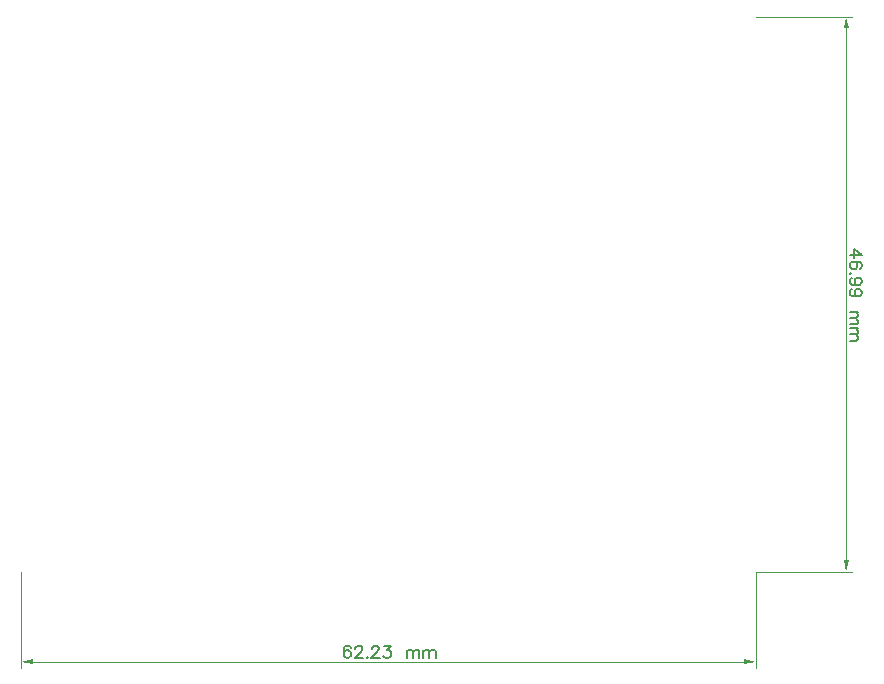
<source format=gbr>
G04 DipTrace 3.2.0.1*
G04 TopDimension.gbr*
%MOIN*%
G04 #@! TF.FileFunction,Drawing,Top*
G04 #@! TF.Part,Single*
%ADD13C,0.001378*%
%ADD48C,0.006176*%
%FSLAX26Y26*%
G04*
G70*
G90*
G75*
G01*
G04 TopDimension*
%LPD*%
X2843701Y2243701D2*
D13*
X3163386D1*
X2843701Y393701D2*
X3163386D1*
X3143701Y1318701D2*
Y2204331D1*
G36*
Y2243701D2*
X3151575Y2204331D1*
X3135827D1*
X3143701Y2243701D1*
G37*
Y1318701D2*
D13*
Y433071D1*
G36*
Y393701D2*
X3135827Y433071D1*
X3151575D1*
X3143701Y393701D1*
G37*
X393701D2*
D13*
Y74016D1*
X2843701Y393701D2*
Y74016D1*
X1618701Y93701D2*
X433071D1*
G36*
X393701D2*
X433071Y101575D1*
Y85827D1*
X393701Y93701D1*
G37*
X1618701D2*
D13*
X2804331D1*
G36*
X2843701D2*
X2804331Y85827D1*
Y101575D1*
X2843701Y93701D1*
G37*
X3155912Y1448689D2*
D48*
X3196059D1*
X3169309Y1467834D1*
Y1439138D1*
X3190356Y1403839D2*
X3194158Y1405740D1*
X3196059Y1411488D1*
Y1415291D1*
X3194158Y1421039D1*
X3188410Y1424886D1*
X3178859Y1426787D1*
X3169309D1*
X3161660Y1424886D1*
X3157813Y1421039D1*
X3155912Y1415291D1*
Y1413390D1*
X3157813Y1407686D1*
X3161660Y1403839D1*
X3167408Y1401938D1*
X3169309D1*
X3175057Y1403839D1*
X3178859Y1407686D1*
X3180761Y1413390D1*
Y1415291D1*
X3178859Y1421039D1*
X3175057Y1424886D1*
X3169309Y1426787D1*
X3159758Y1387685D2*
X3157813Y1389586D1*
X3155912Y1387685D1*
X3157813Y1385740D1*
X3159758Y1387685D1*
X3182706Y1348495D2*
X3176958Y1350440D1*
X3173111Y1354243D1*
X3171210Y1359991D1*
Y1361892D1*
X3173111Y1367640D1*
X3176958Y1371443D1*
X3182706Y1373388D1*
X3184607D1*
X3190356Y1371443D1*
X3194158Y1367640D1*
X3196059Y1361892D1*
Y1359991D1*
X3194158Y1354243D1*
X3190356Y1350440D1*
X3182706Y1348495D1*
X3173111D1*
X3163561Y1350440D1*
X3157813Y1354243D1*
X3155912Y1359991D1*
Y1363793D1*
X3157813Y1369542D1*
X3161660Y1371443D1*
X3182706Y1311250D2*
X3176958Y1313196D1*
X3173111Y1316998D1*
X3171210Y1322746D1*
Y1324647D1*
X3173111Y1330395D1*
X3176958Y1334198D1*
X3182706Y1336143D1*
X3184607D1*
X3190356Y1334198D1*
X3194158Y1330395D1*
X3196059Y1324647D1*
Y1322746D1*
X3194158Y1316998D1*
X3190356Y1313196D1*
X3182706Y1311250D1*
X3173111D1*
X3163561Y1313196D1*
X3157813Y1316998D1*
X3155912Y1322746D1*
Y1326549D1*
X3157813Y1332297D1*
X3161660Y1334198D1*
X3182706Y1260018D2*
X3155912D1*
X3175057D2*
X3180805Y1254270D1*
X3182706Y1250423D1*
Y1244719D1*
X3180805Y1240873D1*
X3175057Y1238971D1*
X3155912D1*
X3175057D2*
X3180805Y1233223D1*
X3182706Y1229376D1*
Y1223673D1*
X3180805Y1219826D1*
X3175057Y1217880D1*
X3155912D1*
X3182706Y1205529D2*
X3155912D1*
X3175057D2*
X3180805Y1199781D1*
X3182706Y1195934D1*
Y1190230D1*
X3180805Y1186384D1*
X3175057Y1184482D1*
X3155912D1*
X3175057D2*
X3180805Y1178734D1*
X3182706Y1174888D1*
Y1169184D1*
X3180805Y1165337D1*
X3175057Y1163392D1*
X3155912D1*
X1491565Y140356D2*
X1489663Y144158D1*
X1483915Y146059D1*
X1480113D1*
X1474365Y144158D1*
X1470518Y138410D1*
X1468617Y128859D1*
Y119309D1*
X1470518Y111660D1*
X1474365Y107813D1*
X1480113Y105912D1*
X1482014D1*
X1487718Y107813D1*
X1491565Y111660D1*
X1493466Y117408D1*
Y119309D1*
X1491565Y125057D1*
X1487718Y128859D1*
X1482014Y130761D1*
X1480113D1*
X1474365Y128859D1*
X1470518Y125057D1*
X1468617Y119309D1*
X1507763Y136509D2*
Y138410D1*
X1509664Y142257D1*
X1511565Y144158D1*
X1515412Y146059D1*
X1523061D1*
X1526864Y144158D1*
X1528765Y142257D1*
X1530711Y138410D1*
Y134607D1*
X1528765Y130761D1*
X1524963Y125057D1*
X1505817Y105912D1*
X1532612D1*
X1546865Y109758D2*
X1544963Y107813D1*
X1546865Y105912D1*
X1548810Y107813D1*
X1546865Y109758D1*
X1563107Y136509D2*
Y138410D1*
X1565008Y142257D1*
X1566909Y144158D1*
X1570756Y146059D1*
X1578405D1*
X1582208Y144158D1*
X1584109Y142257D1*
X1586055Y138410D1*
Y134607D1*
X1584109Y130761D1*
X1580307Y125057D1*
X1561161Y105912D1*
X1587956D1*
X1604154Y146059D2*
X1625157D1*
X1613705Y130761D1*
X1619453D1*
X1623255Y128859D1*
X1625157Y126958D1*
X1627102Y121210D1*
Y117408D1*
X1625157Y111660D1*
X1621354Y107813D1*
X1615606Y105912D1*
X1609858D1*
X1604154Y107813D1*
X1602253Y109758D1*
X1600307Y113561D1*
X1678334Y132706D2*
Y105912D1*
Y125057D2*
X1684082Y130805D1*
X1687929Y132706D1*
X1693633D1*
X1697480Y130805D1*
X1699381Y125057D1*
Y105912D1*
Y125057D2*
X1705129Y130805D1*
X1708976Y132706D1*
X1714680D1*
X1718526Y130805D1*
X1720472Y125057D1*
Y105912D1*
X1732823Y132706D2*
Y105912D1*
Y125057D2*
X1738571Y130805D1*
X1742418Y132706D1*
X1748122D1*
X1751969Y130805D1*
X1753870Y125057D1*
Y105912D1*
Y125057D2*
X1759618Y130805D1*
X1763465Y132706D1*
X1769168D1*
X1773015Y130805D1*
X1774961Y125057D1*
Y105912D1*
M02*

</source>
